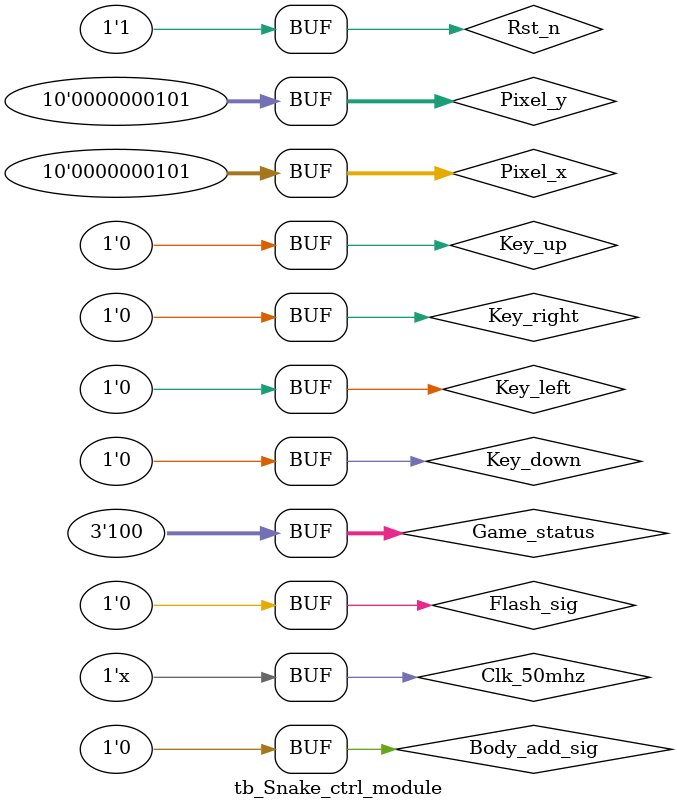
<source format=v>
module tb_Snake_ctrl_module;

  // 参数定义
  reg Clk_50mhz;             // 50 MHz 时钟
  reg Rst_n;                 // 复位信号
  reg Key_left, Key_right, Key_up, Key_down; // 按键输入
  reg [9:0] Pixel_x, Pixel_y;  // 坐标输入
  reg Body_add_sig;          // 身体增长信号
  reg [2:0] Game_status;     // 游戏状态
  reg Flash_sig;             // 闪动信号
  
  wire [1:0] Object;         // 输出：当前扫描的对象
  wire [5:0] Head_x, Head_y; // 输出：蛇头的坐标
  wire Hit_body_sig;         // 输出：撞到身体信号
  wire Hit_wall_sig;         // 输出：撞到墙信号

  // 初始化信号
  initial begin
    Clk_50mhz = 0;
    Rst_n = 0;
    Key_left = 0;
    Key_right = 0;
    Key_up = 0;
    Key_down = 0;
    Pixel_x = 10'd5; // 设定一个默认的像素位置
    Pixel_y = 10'd5;
    Body_add_sig = 0;
    Game_status = 3'b001; // START 状态
    Flash_sig = 0;
    
    // 模拟复位信号
    #5 Rst_n = 1; // 5 个时间单位后解除复位
  end

  // 时钟生成
  always #10 Clk_50mhz = ~Clk_50mhz; // 50 MHz 时钟周期为 20 ns

  // 测试过程
  initial begin
    // 模拟游戏开始状态
    #10 Game_status = 3'b010; // 进入 PLAY 状态

    // 模拟按键输入
    #20 Key_right = 1; // 按右键
    #20 Key_right = 0; // 释放右键

    #20 Key_up = 1;    // 按上键
    #20 Key_up = 0;    // 释放上键

    #20 Key_left = 1;  // 按左键
    #20 Key_left = 0;  // 释放左键

    #20 Key_down = 1;  // 按下键
    #20 Key_down = 0;  // 释放下键

    // 模拟吃到苹果
    #20 Body_add_sig = 1; // 吃到苹果
    #20 Body_add_sig = 0; // 停止吃苹果

    // 模拟游戏结束状态
    #20 Game_status = 3'b100; // 进入 END 状态
  end
  
  // 实例化 Snake_ctrl_module
  Snake_ctrl_module uut (
    .Clk_50mhz(Clk_50mhz),
    .Rst_n(Rst_n),
    .Key_left(Key_left),
    .Key_right(Key_right),
    .Key_up(Key_up),
    .Key_down(Key_down),
    .Object(Object),
    .Pixel_x(Pixel_x),
    .Pixel_y(Pixel_y),
    .Head_x(Head_x),
    .Head_y(Head_y),
    .Body_add_sig(Body_add_sig),
    .Game_status(Game_status),
    .Hit_body_sig(Hit_body_sig),
    .Hit_wall_sig(Hit_wall_sig),
    .Flash_sig(Flash_sig)
  );

endmodule

</source>
